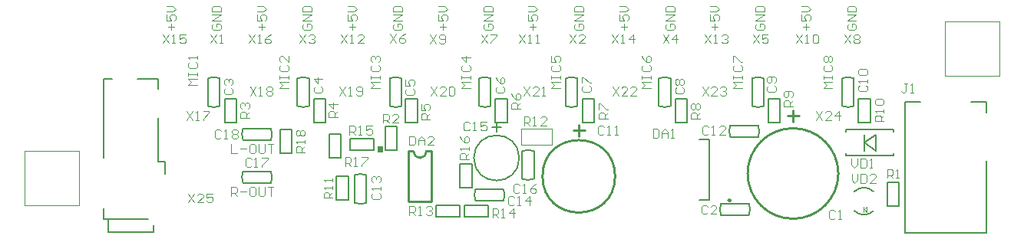
<source format=gto>
G04 Layer_Color=65535*
%FSLAX24Y24*%
%MOIN*%
G70*
G01*
G75*
%ADD10C,0.0079*%
%ADD36C,0.0070*%
%ADD37C,0.0100*%
%ADD38C,0.0098*%
%ADD39C,0.0071*%
%ADD40C,0.0039*%
%ADD41C,0.0050*%
G36*
X24756Y33154D02*
X24506D01*
Y33404D01*
X24756D01*
Y33154D01*
D02*
G37*
D10*
X30659Y32904D02*
G03*
X30659Y32904I-984J0D01*
G01*
X12628Y30256D02*
X14557D01*
X14990Y32736D02*
X15266D01*
X14990D02*
Y34646D01*
Y35906D02*
Y36358D01*
X14065D02*
X14990D01*
X12628Y30256D02*
Y30709D01*
Y32913D02*
Y36358D01*
X12982D01*
X15266Y32205D02*
Y32736D01*
X12825Y29665D02*
Y30256D01*
Y29665D02*
X14793D01*
Y29961D01*
X29475Y34258D02*
X29875D01*
X29675Y34058D02*
Y34458D01*
X38465Y33701D02*
X38898D01*
X38465Y31063D02*
X38898D01*
Y33701D01*
X46929Y34035D02*
Y34144D01*
Y33002D02*
Y33110D01*
X44843Y34035D02*
Y34144D01*
Y33002D02*
Y33110D01*
Y34144D02*
X46929D01*
X44843Y33002D02*
X46929D01*
D36*
X23514Y30952D02*
G03*
X24024Y30951I256J608D01*
G01*
Y32159D02*
G03*
X23514Y32159I-255J-609D01*
G01*
X44685Y35164D02*
G03*
X45196Y35164I256J608D01*
G01*
Y36372D02*
G03*
X44685Y36371I-255J-609D01*
G01*
X19875Y31811D02*
G03*
X19876Y32322I-608J256D01*
G01*
X18668D02*
G03*
X18668Y31811I609J-255D01*
G01*
X19875Y33681D02*
G03*
X19876Y34192I-608J256D01*
G01*
X18668D02*
G03*
X18668Y33681I609J-255D01*
G01*
X29974Y31034D02*
G03*
X29974Y31544I-608J256D01*
G01*
X28766D02*
G03*
X28767Y31034I609J-255D01*
G01*
X40768Y35164D02*
G03*
X41278Y35164I256J608D01*
G01*
Y36372D02*
G03*
X40768Y36371I-255J-609D01*
G01*
X36723Y35164D02*
G03*
X37233Y35164I256J608D01*
G01*
Y36372D02*
G03*
X36723Y36371I-255J-609D01*
G01*
X32677Y35164D02*
G03*
X33188Y35164I256J608D01*
G01*
Y36372D02*
G03*
X32677Y36371I-255J-609D01*
G01*
X28917Y35164D02*
G03*
X29428Y35164I256J608D01*
G01*
Y36372D02*
G03*
X28917Y36371I-255J-609D01*
G01*
X25040Y35164D02*
G03*
X25550Y35164I256J608D01*
G01*
Y36372D02*
G03*
X25040Y36371I-255J-609D01*
G01*
X21024Y35164D02*
G03*
X21534Y35164I256J608D01*
G01*
Y36372D02*
G03*
X21024Y36371I-255J-609D01*
G01*
X17146Y35164D02*
G03*
X17656Y35164I256J608D01*
G01*
Y36372D02*
G03*
X17146Y36371I-255J-609D01*
G01*
X30788Y31995D02*
G03*
X31298Y31995I256J608D01*
G01*
Y33202D02*
G03*
X30788Y33202I-255J-609D01*
G01*
X41037Y33809D02*
G03*
X41037Y34320I-608J256D01*
G01*
X39829D02*
G03*
X39830Y33809I609J-255D01*
G01*
X39426Y30925D02*
G03*
X39426Y30415I608J-256D01*
G01*
X40633D02*
G03*
X40633Y30925I-609J255D01*
G01*
X25364Y33248D02*
Y34291D01*
X24852Y33248D02*
Y34291D01*
Y33248D02*
X25364D01*
X24852Y34291D02*
X25364D01*
X23238Y31063D02*
Y32106D01*
X22726Y31063D02*
Y32106D01*
Y31063D02*
X23238D01*
X22726Y32106D02*
X23238D01*
X24025Y30955D02*
Y32155D01*
X23514Y30954D02*
Y32155D01*
X45906Y34449D02*
Y35492D01*
X45394Y34449D02*
Y35492D01*
Y34449D02*
X45906D01*
X45394Y35492D02*
X45906D01*
X45196Y35168D02*
Y36368D01*
X44685Y35167D02*
Y36368D01*
X23307Y33760D02*
X24351D01*
X23307Y33248D02*
X24351D01*
Y33760D01*
X23307Y33248D02*
Y33760D01*
X28091Y31614D02*
Y32658D01*
X28602Y31614D02*
Y32658D01*
X28091D02*
X28602D01*
X28091Y31614D02*
X28602D01*
X22923Y32894D02*
Y33937D01*
X22411Y32894D02*
Y33937D01*
Y32894D02*
X22923D01*
X22411Y33937D02*
X22923D01*
X18672Y32322D02*
X19872D01*
X18672Y31811D02*
X19872D01*
X20787Y33110D02*
Y34153D01*
X20276Y33110D02*
Y34153D01*
Y33110D02*
X20787D01*
X20276Y34153D02*
X20787D01*
X18672Y34192D02*
X19872D01*
X18672Y33681D02*
X19872D01*
X28770Y31544D02*
X29970D01*
X28770Y31033D02*
X29971D01*
X27047Y30344D02*
X28090D01*
X27047Y30856D02*
X28090D01*
X27047Y30344D02*
Y30856D01*
X28090Y30344D02*
Y30856D01*
X28278D02*
X29321D01*
X28278Y30344D02*
X29321D01*
Y30856D01*
X28278Y30344D02*
Y30856D01*
X41988Y34449D02*
Y35492D01*
X41476Y34449D02*
Y35492D01*
Y34449D02*
X41988D01*
X41476Y35492D02*
X41988D01*
X41279Y35168D02*
Y36368D01*
X40768Y35167D02*
Y36368D01*
X37943Y34449D02*
Y35492D01*
X37431Y34449D02*
Y35492D01*
Y34449D02*
X37943D01*
X37431Y35492D02*
X37943D01*
X37233Y35168D02*
Y36368D01*
X36722Y35167D02*
Y36368D01*
X33927Y34449D02*
Y35492D01*
X33415Y34449D02*
Y35492D01*
Y34449D02*
X33927D01*
X33415Y35492D02*
X33927D01*
X33188Y35168D02*
Y36368D01*
X32677Y35167D02*
Y36368D01*
X30138Y34449D02*
Y35492D01*
X29626Y34449D02*
Y35492D01*
Y34449D02*
X30138D01*
X29626Y35492D02*
X30138D01*
X29428Y35168D02*
Y36368D01*
X28917Y35167D02*
Y36368D01*
X26240Y34449D02*
Y35492D01*
X25728Y34449D02*
Y35492D01*
Y34449D02*
X26240D01*
X25728Y35492D02*
X26240D01*
X25550Y35168D02*
Y36368D01*
X25039Y35167D02*
Y36368D01*
X22244Y34449D02*
Y35492D01*
X21732Y34449D02*
Y35492D01*
Y34449D02*
X22244D01*
X21732Y35492D02*
X22244D01*
X21535Y35168D02*
Y36368D01*
X21024Y35167D02*
Y36368D01*
X17657Y35168D02*
Y36368D01*
X17146Y35167D02*
Y36368D01*
X18386Y34449D02*
Y35492D01*
X17874Y34449D02*
Y35492D01*
Y34449D02*
X18386D01*
X17874Y35492D02*
X18386D01*
X31298Y31998D02*
Y33198D01*
X30787Y31998D02*
Y33198D01*
X39833Y34320D02*
X41033D01*
X39833Y33809D02*
X41034D01*
X39430Y30414D02*
X40630D01*
X39429Y30925D02*
X40630D01*
X47156Y30797D02*
Y31840D01*
X46644Y30797D02*
Y31840D01*
Y30797D02*
X47156D01*
X46644Y31840D02*
X47156D01*
D37*
X26075Y33183D02*
G03*
X26633Y33202I280J0D01*
G01*
X34823Y32106D02*
G03*
X34823Y32106I-1575J0D01*
G01*
X44518Y32228D02*
G03*
X44518Y32228I-1969J0D01*
G01*
X25856Y33204D02*
X26056D01*
X26656D02*
X26856D01*
X25856Y31004D02*
X26856D01*
X25856D02*
Y33204D01*
X26856Y31004D02*
Y33204D01*
X32998Y34106D02*
X33498D01*
X33248Y33856D02*
Y34356D01*
X42549Y34478D02*
Y34978D01*
X42299Y34728D02*
X42799D01*
D38*
X39843Y31063D02*
G03*
X39843Y31063I-49J0D01*
G01*
D39*
X45210Y30606D02*
G03*
X46046Y30606I418J418D01*
G01*
Y31441D02*
G03*
X45210Y31441I-418J-418D01*
G01*
D40*
X30760Y34169D02*
X32075D01*
X30760Y33468D02*
X32075D01*
Y34169D01*
X30760Y33468D02*
Y34169D01*
X45600Y30551D02*
Y30787D01*
X45758Y30551D02*
Y30787D01*
X45640Y30669D02*
X45758Y30551D01*
X45640Y30669D02*
X45758Y30787D01*
X49154Y38848D02*
X51516D01*
Y36486D02*
Y38848D01*
X49154Y36486D02*
X51516D01*
X49154D02*
Y38848D01*
X9193Y30846D02*
Y33209D01*
Y30846D02*
X11555D01*
Y33209D01*
X9193D02*
X11555D01*
X18159Y31250D02*
Y31644D01*
X18356D01*
X18422Y31578D01*
Y31447D01*
X18356Y31381D01*
X18159D01*
X18291D02*
X18422Y31250D01*
X18553Y31447D02*
X18815D01*
X19143Y31644D02*
X19012D01*
X18947Y31578D01*
Y31316D01*
X19012Y31250D01*
X19143D01*
X19209Y31316D01*
Y31578D01*
X19143Y31644D01*
X19340D02*
Y31316D01*
X19406Y31250D01*
X19537D01*
X19603Y31316D01*
Y31644D01*
X19734D02*
X19996D01*
X19865D01*
Y31250D01*
X18159Y33494D02*
Y33100D01*
X18422D01*
X18553Y33297D02*
X18815D01*
X19143Y33494D02*
X19012D01*
X18947Y33428D01*
Y33166D01*
X19012Y33100D01*
X19143D01*
X19209Y33166D01*
Y33428D01*
X19143Y33494D01*
X19340D02*
Y33166D01*
X19406Y33100D01*
X19537D01*
X19603Y33166D01*
Y33494D01*
X19734D02*
X19996D01*
X19865D01*
Y33100D01*
X22864Y36004D02*
X23127Y35610D01*
Y36004D02*
X22864Y35610D01*
X23258D02*
X23389D01*
X23323D01*
Y36004D01*
X23258Y35938D01*
X23586Y35676D02*
X23651Y35610D01*
X23783D01*
X23848Y35676D01*
Y35938D01*
X23783Y36004D01*
X23651D01*
X23586Y35938D01*
Y35873D01*
X23651Y35807D01*
X23848D01*
X24328Y31384D02*
X24262Y31319D01*
Y31188D01*
X24328Y31122D01*
X24590D01*
X24656Y31188D01*
Y31319D01*
X24590Y31384D01*
X24656Y31516D02*
Y31647D01*
Y31581D01*
X24262D01*
X24328Y31516D01*
Y31844D02*
X24262Y31909D01*
Y32040D01*
X24328Y32106D01*
X24393D01*
X24459Y32040D01*
Y31975D01*
Y32040D01*
X24524Y32106D01*
X24590D01*
X24656Y32040D01*
Y31909D01*
X24590Y31844D01*
X28520Y34422D02*
X28455Y34488D01*
X28323D01*
X28258Y34422D01*
Y34160D01*
X28323Y34094D01*
X28455D01*
X28520Y34160D01*
X28651Y34094D02*
X28783D01*
X28717D01*
Y34488D01*
X28651Y34422D01*
X29242Y34488D02*
X28979D01*
Y34291D01*
X29111Y34357D01*
X29176D01*
X29242Y34291D01*
Y34160D01*
X29176Y34094D01*
X29045D01*
X28979Y34160D01*
X45079Y32864D02*
Y32602D01*
X45210Y32470D01*
X45341Y32602D01*
Y32864D01*
X45472D02*
Y32470D01*
X45669D01*
X45735Y32536D01*
Y32798D01*
X45669Y32864D01*
X45472D01*
X45866Y32470D02*
X45997D01*
X45931D01*
Y32864D01*
X45866Y32798D01*
X34357Y34255D02*
X34291Y34321D01*
X34160D01*
X34094Y34255D01*
Y33993D01*
X34160Y33927D01*
X34291D01*
X34357Y33993D01*
X34488Y33927D02*
X34619D01*
X34554D01*
Y34321D01*
X34488Y34255D01*
X34816Y33927D02*
X34947D01*
X34882D01*
Y34321D01*
X34816Y34255D01*
X26811Y36004D02*
X27073Y35610D01*
Y36004D02*
X26811Y35610D01*
X27467D02*
X27205D01*
X27467Y35873D01*
Y35938D01*
X27401Y36004D01*
X27270D01*
X27205Y35938D01*
X27598D02*
X27664Y36004D01*
X27795D01*
X27861Y35938D01*
Y35676D01*
X27795Y35610D01*
X27664D01*
X27598Y35676D01*
Y35938D01*
X18967Y36004D02*
X19229Y35610D01*
Y36004D02*
X18967Y35610D01*
X19360D02*
X19491D01*
X19426D01*
Y36004D01*
X19360Y35938D01*
X19688D02*
X19754Y36004D01*
X19885D01*
X19950Y35938D01*
Y35873D01*
X19885Y35807D01*
X19950Y35741D01*
Y35676D01*
X19885Y35610D01*
X19754D01*
X19688Y35676D01*
Y35741D01*
X19754Y35807D01*
X19688Y35873D01*
Y35938D01*
X19754Y35807D02*
X19885D01*
X16211Y34931D02*
X16473Y34537D01*
Y34931D02*
X16211Y34537D01*
X16604D02*
X16735D01*
X16670D01*
Y34931D01*
X16604Y34865D01*
X16932Y34931D02*
X17195D01*
Y34865D01*
X16932Y34603D01*
Y34537D01*
X18907Y38287D02*
X19170Y37894D01*
Y38287D02*
X18907Y37894D01*
X19301D02*
X19432D01*
X19367D01*
Y38287D01*
X19301Y38222D01*
X19891Y38287D02*
X19760Y38222D01*
X19629Y38090D01*
Y37959D01*
X19695Y37894D01*
X19826D01*
X19891Y37959D01*
Y38025D01*
X19826Y38090D01*
X19629D01*
X44783Y38287D02*
X45046Y37894D01*
Y38287D02*
X44783Y37894D01*
X45177Y38222D02*
X45243Y38287D01*
X45374D01*
X45439Y38222D01*
Y38156D01*
X45374Y38090D01*
X45439Y38025D01*
Y37959D01*
X45374Y37894D01*
X45243D01*
X45177Y37959D01*
Y38025D01*
X45243Y38090D01*
X45177Y38156D01*
Y38222D01*
X45243Y38090D02*
X45374D01*
X15197Y38287D02*
X15459Y37894D01*
Y38287D02*
X15197Y37894D01*
X15590D02*
X15722D01*
X15656D01*
Y38287D01*
X15590Y38222D01*
X16181Y38287D02*
X15918D01*
Y38090D01*
X16050Y38156D01*
X16115D01*
X16181Y38090D01*
Y37959D01*
X16115Y37894D01*
X15984D01*
X15918Y37959D01*
X29026Y38287D02*
X29288Y37894D01*
Y38287D02*
X29026Y37894D01*
X29419Y38287D02*
X29682D01*
Y38222D01*
X29419Y37959D01*
Y37894D01*
X34695Y38287D02*
X34957Y37894D01*
Y38287D02*
X34695Y37894D01*
X35088D02*
X35220D01*
X35154D01*
Y38287D01*
X35088Y38222D01*
X35613Y37894D02*
Y38287D01*
X35416Y38090D01*
X35679D01*
X25049Y38297D02*
X25312Y37904D01*
Y38297D02*
X25049Y37904D01*
X25705Y38297D02*
X25574Y38232D01*
X25443Y38100D01*
Y37969D01*
X25508Y37904D01*
X25640D01*
X25705Y37969D01*
Y38035D01*
X25640Y38100D01*
X25443D01*
X38730Y38287D02*
X38993Y37894D01*
Y38287D02*
X38730Y37894D01*
X39124D02*
X39255D01*
X39189D01*
Y38287D01*
X39124Y38222D01*
X39452D02*
X39517Y38287D01*
X39649D01*
X39714Y38222D01*
Y38156D01*
X39649Y38090D01*
X39583D01*
X39649D01*
X39714Y38025D01*
Y37959D01*
X39649Y37894D01*
X39517D01*
X39452Y37959D01*
X40807Y38287D02*
X41069Y37894D01*
Y38287D02*
X40807Y37894D01*
X41463Y38287D02*
X41201D01*
Y38090D01*
X41332Y38156D01*
X41397D01*
X41463Y38090D01*
Y37959D01*
X41397Y37894D01*
X41266D01*
X41201Y37959D01*
X22923Y38287D02*
X23186Y37894D01*
Y38287D02*
X22923Y37894D01*
X23317D02*
X23448D01*
X23382D01*
Y38287D01*
X23317Y38222D01*
X23907Y37894D02*
X23645D01*
X23907Y38156D01*
Y38222D01*
X23842Y38287D01*
X23710D01*
X23645Y38222D01*
X36900Y38287D02*
X37162Y37894D01*
Y38287D02*
X36900Y37894D01*
X37490D02*
Y38287D01*
X37293Y38090D01*
X37556D01*
X43563Y34951D02*
X43825Y34557D01*
Y34951D02*
X43563Y34557D01*
X44219D02*
X43957D01*
X44219Y34819D01*
Y34885D01*
X44153Y34951D01*
X44022D01*
X43957Y34885D01*
X44547Y34557D02*
Y34951D01*
X44350Y34754D01*
X44613D01*
X16289Y31358D02*
X16552Y30965D01*
Y31358D02*
X16289Y30965D01*
X16945D02*
X16683D01*
X16945Y31227D01*
Y31293D01*
X16880Y31358D01*
X16749D01*
X16683Y31293D01*
X17339Y31358D02*
X17077D01*
Y31161D01*
X17208Y31227D01*
X17273D01*
X17339Y31161D01*
Y31030D01*
X17273Y30965D01*
X17142D01*
X17077Y31030D01*
X30659Y38287D02*
X30922Y37894D01*
Y38287D02*
X30659Y37894D01*
X31053D02*
X31184D01*
X31119D01*
Y38287D01*
X31053Y38222D01*
X31381Y37894D02*
X31512D01*
X31447D01*
Y38287D01*
X31381Y38222D01*
X21112Y38287D02*
X21375Y37894D01*
Y38287D02*
X21112Y37894D01*
X21506Y38222D02*
X21571Y38287D01*
X21703D01*
X21768Y38222D01*
Y38156D01*
X21703Y38090D01*
X21637D01*
X21703D01*
X21768Y38025D01*
Y37959D01*
X21703Y37894D01*
X21571D01*
X21506Y37959D01*
X42677Y38287D02*
X42940Y37894D01*
Y38287D02*
X42677Y37894D01*
X43071D02*
X43202D01*
X43136D01*
Y38287D01*
X43071Y38222D01*
X43399D02*
X43464Y38287D01*
X43595D01*
X43661Y38222D01*
Y37959D01*
X43595Y37894D01*
X43464D01*
X43399Y37959D01*
Y38222D01*
X32844Y38287D02*
X33107Y37894D01*
Y38287D02*
X32844Y37894D01*
X33500D02*
X33238D01*
X33500Y38156D01*
Y38222D01*
X33435Y38287D01*
X33304D01*
X33238Y38222D01*
X38602Y36004D02*
X38865Y35610D01*
Y36004D02*
X38602Y35610D01*
X39258D02*
X38996D01*
X39258Y35873D01*
Y35938D01*
X39193Y36004D01*
X39062D01*
X38996Y35938D01*
X39390D02*
X39455Y36004D01*
X39586D01*
X39652Y35938D01*
Y35873D01*
X39586Y35807D01*
X39521D01*
X39586D01*
X39652Y35741D01*
Y35676D01*
X39586Y35610D01*
X39455D01*
X39390Y35676D01*
X26791Y38277D02*
X27054Y37884D01*
Y38277D02*
X26791Y37884D01*
X27185Y37949D02*
X27251Y37884D01*
X27382D01*
X27447Y37949D01*
Y38212D01*
X27382Y38277D01*
X27251D01*
X27185Y38212D01*
Y38146D01*
X27251Y38081D01*
X27447D01*
X17264Y38287D02*
X17526Y37894D01*
Y38287D02*
X17264Y37894D01*
X17657D02*
X17789D01*
X17723D01*
Y38287D01*
X17657Y38222D01*
X34705Y36004D02*
X34967Y35610D01*
Y36004D02*
X34705Y35610D01*
X35361D02*
X35098D01*
X35361Y35873D01*
Y35938D01*
X35295Y36004D01*
X35164D01*
X35098Y35938D01*
X35754Y35610D02*
X35492D01*
X35754Y35873D01*
Y35938D01*
X35689Y36004D01*
X35557D01*
X35492Y35938D01*
X30846Y36004D02*
X31109Y35610D01*
Y36004D02*
X30846Y35610D01*
X31502D02*
X31240D01*
X31502Y35873D01*
Y35938D01*
X31437Y36004D01*
X31306D01*
X31240Y35938D01*
X31634Y35610D02*
X31765D01*
X31699D01*
Y36004D01*
X31634Y35938D01*
X45098Y32214D02*
Y31952D01*
X45230Y31821D01*
X45361Y31952D01*
Y32214D01*
X45492D02*
Y31821D01*
X45689D01*
X45754Y31886D01*
Y32149D01*
X45689Y32214D01*
X45492D01*
X46148Y31821D02*
X45886D01*
X46148Y32083D01*
Y32149D01*
X46082Y32214D01*
X45951D01*
X45886Y32149D01*
X30699Y35039D02*
X30305D01*
Y35236D01*
X30371Y35302D01*
X30502D01*
X30568Y35236D01*
Y35039D01*
Y35171D02*
X30699Y35302D01*
X30305Y35695D02*
X30371Y35564D01*
X30502Y35433D01*
X30633D01*
X30699Y35499D01*
Y35630D01*
X30633Y35695D01*
X30568D01*
X30502Y35630D01*
Y35433D01*
X26791Y34587D02*
X26398D01*
Y34783D01*
X26463Y34849D01*
X26595D01*
X26660Y34783D01*
Y34587D01*
Y34718D02*
X26791Y34849D01*
X26398Y35243D02*
Y34980D01*
X26595D01*
X26529Y35111D01*
Y35177D01*
X26595Y35243D01*
X26726D01*
X26791Y35177D01*
Y35046D01*
X26726Y34980D01*
X29498Y30305D02*
Y30699D01*
X29695D01*
X29760Y30633D01*
Y30502D01*
X29695Y30436D01*
X29498D01*
X29629D02*
X29760Y30305D01*
X29892D02*
X30023D01*
X29957D01*
Y30699D01*
X29892Y30633D01*
X30416Y30305D02*
Y30699D01*
X30220Y30502D01*
X30482D01*
X22766Y34665D02*
X22372D01*
Y34862D01*
X22438Y34928D01*
X22569D01*
X22635Y34862D01*
Y34665D01*
Y34797D02*
X22766Y34928D01*
Y35256D02*
X22372D01*
X22569Y35059D01*
Y35321D01*
X25886Y30404D02*
Y30797D01*
X26083D01*
X26148Y30732D01*
Y30600D01*
X26083Y30535D01*
X25886D01*
X26017D02*
X26148Y30404D01*
X26279D02*
X26411D01*
X26345D01*
Y30797D01*
X26279Y30732D01*
X26607D02*
X26673Y30797D01*
X26804D01*
X26870Y30732D01*
Y30666D01*
X26804Y30600D01*
X26739D01*
X26804D01*
X26870Y30535D01*
Y30469D01*
X26804Y30404D01*
X26673D01*
X26607Y30469D01*
X18947Y34646D02*
X18553D01*
Y34842D01*
X18619Y34908D01*
X18750D01*
X18816Y34842D01*
Y34646D01*
Y34777D02*
X18947Y34908D01*
X18619Y35039D02*
X18553Y35105D01*
Y35236D01*
X18619Y35302D01*
X18684D01*
X18750Y35236D01*
Y35170D01*
Y35236D01*
X18816Y35302D01*
X18881D01*
X18947Y35236D01*
Y35105D01*
X18881Y35039D01*
X28474Y32844D02*
X28081D01*
Y33041D01*
X28146Y33107D01*
X28278D01*
X28343Y33041D01*
Y32844D01*
Y32976D02*
X28474Y33107D01*
Y33238D02*
Y33369D01*
Y33304D01*
X28081D01*
X28146Y33238D01*
X28081Y33828D02*
X28146Y33697D01*
X28278Y33566D01*
X28409D01*
X28474Y33632D01*
Y33763D01*
X28409Y33828D01*
X28343D01*
X28278Y33763D01*
Y33566D01*
X22559Y31161D02*
X22165D01*
Y31358D01*
X22231Y31424D01*
X22362D01*
X22428Y31358D01*
Y31161D01*
Y31293D02*
X22559Y31424D01*
Y31555D02*
Y31686D01*
Y31621D01*
X22165D01*
X22231Y31555D01*
X22559Y31883D02*
Y32014D01*
Y31949D01*
X22165D01*
X22231Y31883D01*
X24754Y34429D02*
Y34823D01*
X24951D01*
X25016Y34757D01*
Y34626D01*
X24951Y34560D01*
X24754D01*
X24885D02*
X25016Y34429D01*
X25410D02*
X25148D01*
X25410Y34692D01*
Y34757D01*
X25344Y34823D01*
X25213D01*
X25148Y34757D01*
X46496Y34498D02*
X46102D01*
Y34695D01*
X46168Y34760D01*
X46299D01*
X46365Y34695D01*
Y34498D01*
Y34629D02*
X46496Y34760D01*
Y34892D02*
Y35023D01*
Y34957D01*
X46102D01*
X46168Y34892D01*
Y35220D02*
X46102Y35285D01*
Y35416D01*
X46168Y35482D01*
X46430D01*
X46496Y35416D01*
Y35285D01*
X46430Y35220D01*
X46168D01*
X21358Y33140D02*
X20965D01*
Y33337D01*
X21030Y33402D01*
X21161D01*
X21227Y33337D01*
Y33140D01*
Y33271D02*
X21358Y33402D01*
Y33533D02*
Y33665D01*
Y33599D01*
X20965D01*
X21030Y33533D01*
Y33861D02*
X20965Y33927D01*
Y34058D01*
X21030Y34124D01*
X21096D01*
X21161Y34058D01*
X21227Y34124D01*
X21293D01*
X21358Y34058D01*
Y33927D01*
X21293Y33861D01*
X21227D01*
X21161Y33927D01*
X21096Y33861D01*
X21030D01*
X21161Y33927D02*
Y34058D01*
X23100Y32559D02*
Y32953D01*
X23297D01*
X23363Y32887D01*
Y32756D01*
X23297Y32690D01*
X23100D01*
X23232D02*
X23363Y32559D01*
X23494D02*
X23625D01*
X23560D01*
Y32953D01*
X23494Y32887D01*
X23822Y32953D02*
X24084D01*
Y32887D01*
X23822Y32625D01*
Y32559D01*
X42539Y35157D02*
X42146D01*
Y35354D01*
X42211Y35420D01*
X42343D01*
X42408Y35354D01*
Y35157D01*
Y35289D02*
X42539Y35420D01*
X42474Y35551D02*
X42539Y35617D01*
Y35748D01*
X42474Y35813D01*
X42211D01*
X42146Y35748D01*
Y35617D01*
X42211Y35551D01*
X42277D01*
X42343Y35617D01*
Y35813D01*
X23281Y33927D02*
Y34321D01*
X23478D01*
X23544Y34255D01*
Y34124D01*
X23478Y34058D01*
X23281D01*
X23413D02*
X23544Y33927D01*
X23675D02*
X23806D01*
X23741D01*
Y34321D01*
X23675Y34255D01*
X24265Y34321D02*
X24003D01*
Y34124D01*
X24134Y34189D01*
X24200D01*
X24265Y34124D01*
Y33993D01*
X24200Y33927D01*
X24069D01*
X24003Y33993D01*
X38514Y34616D02*
X38120D01*
Y34813D01*
X38186Y34879D01*
X38317D01*
X38383Y34813D01*
Y34616D01*
Y34747D02*
X38514Y34879D01*
X38186Y35010D02*
X38120Y35075D01*
Y35206D01*
X38186Y35272D01*
X38251D01*
X38317Y35206D01*
X38383Y35272D01*
X38448D01*
X38514Y35206D01*
Y35075D01*
X38448Y35010D01*
X38383D01*
X38317Y35075D01*
X38251Y35010D01*
X38186D01*
X38317Y35075D02*
Y35206D01*
X34498Y34626D02*
X34104D01*
Y34823D01*
X34170Y34888D01*
X34301D01*
X34367Y34823D01*
Y34626D01*
Y34757D02*
X34498Y34888D01*
X34104Y35020D02*
Y35282D01*
X34170D01*
X34432Y35020D01*
X34498D01*
X30866Y34301D02*
Y34695D01*
X31063D01*
X31129Y34629D01*
Y34498D01*
X31063Y34432D01*
X30866D01*
X30997D02*
X31129Y34301D01*
X31260D02*
X31391D01*
X31325D01*
Y34695D01*
X31260Y34629D01*
X31850Y34301D02*
X31588D01*
X31850Y34564D01*
Y34629D01*
X31784Y34695D01*
X31653D01*
X31588Y34629D01*
X46634Y32028D02*
Y32421D01*
X46831D01*
X46896Y32356D01*
Y32224D01*
X46831Y32159D01*
X46634D01*
X46765D02*
X46896Y32028D01*
X47027D02*
X47159D01*
X47093D01*
Y32421D01*
X47027Y32356D01*
X47516Y36151D02*
X47385D01*
X47451D01*
Y35823D01*
X47385Y35758D01*
X47320D01*
X47254Y35823D01*
X47648Y35758D02*
X47779D01*
X47713D01*
Y36151D01*
X47648Y36086D01*
X25896Y33858D02*
Y33465D01*
X26092D01*
X26158Y33530D01*
Y33793D01*
X26092Y33858D01*
X25896D01*
X26289Y33465D02*
Y33727D01*
X26420Y33858D01*
X26552Y33727D01*
Y33465D01*
Y33661D01*
X26289D01*
X26945Y33465D02*
X26683D01*
X26945Y33727D01*
Y33793D01*
X26880Y33858D01*
X26748D01*
X26683Y33793D01*
X36467Y34183D02*
Y33789D01*
X36663D01*
X36729Y33855D01*
Y34117D01*
X36663Y34183D01*
X36467D01*
X36860Y33789D02*
Y34052D01*
X36991Y34183D01*
X37122Y34052D01*
Y33789D01*
Y33986D01*
X36860D01*
X37254Y33789D02*
X37385D01*
X37319D01*
Y34183D01*
X37254Y34117D01*
X29702Y36001D02*
X29636Y35935D01*
Y35804D01*
X29702Y35738D01*
X29964D01*
X30030Y35804D01*
Y35935D01*
X29964Y36001D01*
X29636Y36394D02*
X29702Y36263D01*
X29833Y36132D01*
X29964D01*
X30030Y36197D01*
Y36329D01*
X29964Y36394D01*
X29898D01*
X29833Y36329D01*
Y36132D01*
X25794Y35922D02*
X25728Y35856D01*
Y35725D01*
X25794Y35659D01*
X26056D01*
X26122Y35725D01*
Y35856D01*
X26056Y35922D01*
X25728Y36315D02*
Y36053D01*
X25925D01*
X25860Y36184D01*
Y36250D01*
X25925Y36315D01*
X26056D01*
X26122Y36250D01*
Y36119D01*
X26056Y36053D01*
X30449Y31184D02*
X30384Y31250D01*
X30253D01*
X30187Y31184D01*
Y30922D01*
X30253Y30856D01*
X30384D01*
X30449Y30922D01*
X30581Y30856D02*
X30712D01*
X30646D01*
Y31250D01*
X30581Y31184D01*
X31105Y30856D02*
Y31250D01*
X30909Y31053D01*
X31171D01*
X21798Y36001D02*
X21732Y35935D01*
Y35804D01*
X21798Y35738D01*
X22060D01*
X22126Y35804D01*
Y35935D01*
X22060Y36001D01*
X22126Y36329D02*
X21732D01*
X21929Y36132D01*
Y36394D01*
X17900Y35942D02*
X17835Y35876D01*
Y35745D01*
X17900Y35679D01*
X18163D01*
X18228Y35745D01*
Y35876D01*
X18163Y35942D01*
X17900Y36073D02*
X17835Y36138D01*
Y36270D01*
X17900Y36335D01*
X17966D01*
X18032Y36270D01*
Y36204D01*
Y36270D01*
X18097Y36335D01*
X18163D01*
X18228Y36270D01*
Y36138D01*
X18163Y36073D01*
X17723Y34088D02*
X17657Y34153D01*
X17526D01*
X17461Y34088D01*
Y33825D01*
X17526Y33760D01*
X17657D01*
X17723Y33825D01*
X17854Y33760D02*
X17985D01*
X17920D01*
Y34153D01*
X17854Y34088D01*
X18182D02*
X18248Y34153D01*
X18379D01*
X18445Y34088D01*
Y34022D01*
X18379Y33957D01*
X18445Y33891D01*
Y33825D01*
X18379Y33760D01*
X18248D01*
X18182Y33825D01*
Y33891D01*
X18248Y33957D01*
X18182Y34022D01*
Y34088D01*
X18248Y33957D02*
X18379D01*
X19032Y32828D02*
X18966Y32894D01*
X18835D01*
X18770Y32828D01*
Y32566D01*
X18835Y32500D01*
X18966D01*
X19032Y32566D01*
X19163Y32500D02*
X19294D01*
X19229D01*
Y32894D01*
X19163Y32828D01*
X19491Y32894D02*
X19754D01*
Y32828D01*
X19491Y32566D01*
Y32500D01*
X45450Y36060D02*
X45384Y35994D01*
Y35863D01*
X45450Y35797D01*
X45712D01*
X45778Y35863D01*
Y35994D01*
X45712Y36060D01*
X45778Y36191D02*
Y36322D01*
Y36256D01*
X45384D01*
X45450Y36191D01*
Y36519D02*
X45384Y36584D01*
Y36716D01*
X45450Y36781D01*
X45712D01*
X45778Y36716D01*
Y36584D01*
X45712Y36519D01*
X45450D01*
X41483Y36050D02*
X41417Y35984D01*
Y35853D01*
X41483Y35787D01*
X41745D01*
X41811Y35853D01*
Y35984D01*
X41745Y36050D01*
Y36181D02*
X41811Y36247D01*
Y36378D01*
X41745Y36443D01*
X41483D01*
X41417Y36378D01*
Y36247D01*
X41483Y36181D01*
X41549D01*
X41614Y36247D01*
Y36443D01*
X37497Y35961D02*
X37431Y35896D01*
Y35764D01*
X37497Y35699D01*
X37759D01*
X37825Y35764D01*
Y35896D01*
X37759Y35961D01*
X37497Y36092D02*
X37431Y36158D01*
Y36289D01*
X37497Y36355D01*
X37562D01*
X37628Y36289D01*
X37694Y36355D01*
X37759D01*
X37825Y36289D01*
Y36158D01*
X37759Y36092D01*
X37694D01*
X37628Y36158D01*
X37562Y36092D01*
X37497D01*
X37628Y36158D02*
Y36289D01*
X33452Y36030D02*
X33386Y35965D01*
Y35833D01*
X33452Y35768D01*
X33714D01*
X33780Y35833D01*
Y35965D01*
X33714Y36030D01*
X33386Y36161D02*
Y36424D01*
X33452D01*
X33714Y36161D01*
X33780D01*
X44386Y30564D02*
X44321Y30630D01*
X44190D01*
X44124Y30564D01*
Y30302D01*
X44190Y30236D01*
X44321D01*
X44386Y30302D01*
X44518Y30236D02*
X44649D01*
X44583D01*
Y30630D01*
X44518Y30564D01*
X38835Y30791D02*
X38770Y30856D01*
X38638D01*
X38573Y30791D01*
Y30528D01*
X38638Y30463D01*
X38770D01*
X38835Y30528D01*
X39229Y30463D02*
X38966D01*
X39229Y30725D01*
Y30791D01*
X39163Y30856D01*
X39032D01*
X38966Y30791D01*
X30676Y31706D02*
X30610Y31772D01*
X30479D01*
X30413Y31706D01*
Y31444D01*
X30479Y31378D01*
X30610D01*
X30676Y31444D01*
X30807Y31378D02*
X30938D01*
X30873D01*
Y31772D01*
X30807Y31706D01*
X31397Y31772D02*
X31266Y31706D01*
X31135Y31575D01*
Y31444D01*
X31201Y31378D01*
X31332D01*
X31397Y31444D01*
Y31509D01*
X31332Y31575D01*
X31135D01*
X38884Y34245D02*
X38819Y34311D01*
X38688D01*
X38622Y34245D01*
Y33983D01*
X38688Y33917D01*
X38819D01*
X38884Y33983D01*
X39016Y33917D02*
X39147D01*
X39081D01*
Y34311D01*
X39016Y34245D01*
X39606Y33917D02*
X39344D01*
X39606Y34180D01*
Y34245D01*
X39540Y34311D01*
X39409D01*
X39344Y34245D01*
X44262Y35955D02*
X43868D01*
X43999Y36086D01*
X43868Y36217D01*
X44262D01*
X43868Y36348D02*
Y36479D01*
Y36414D01*
X44262D01*
Y36348D01*
Y36479D01*
X43934Y36939D02*
X43868Y36873D01*
Y36742D01*
X43934Y36676D01*
X44196D01*
X44262Y36742D01*
Y36873D01*
X44196Y36939D01*
X43934Y37070D02*
X43868Y37135D01*
Y37267D01*
X43934Y37332D01*
X43999D01*
X44065Y37267D01*
X44131Y37332D01*
X44196D01*
X44262Y37267D01*
Y37135D01*
X44196Y37070D01*
X44131D01*
X44065Y37135D01*
X43999Y37070D01*
X43934D01*
X44065Y37135D02*
Y37267D01*
X40335Y35955D02*
X39941D01*
X40072Y36086D01*
X39941Y36217D01*
X40335D01*
X39941Y36348D02*
Y36479D01*
Y36414D01*
X40335D01*
Y36348D01*
Y36479D01*
X40007Y36939D02*
X39941Y36873D01*
Y36742D01*
X40007Y36676D01*
X40269D01*
X40335Y36742D01*
Y36873D01*
X40269Y36939D01*
X39941Y37070D02*
Y37332D01*
X40007D01*
X40269Y37070D01*
X40335D01*
X36378Y35955D02*
X35984D01*
X36116Y36086D01*
X35984Y36217D01*
X36378D01*
X35984Y36348D02*
Y36479D01*
Y36414D01*
X36378D01*
Y36348D01*
Y36479D01*
X36050Y36939D02*
X35984Y36873D01*
Y36742D01*
X36050Y36676D01*
X36312D01*
X36378Y36742D01*
Y36873D01*
X36312Y36939D01*
X35984Y37332D02*
X36050Y37201D01*
X36181Y37070D01*
X36312D01*
X36378Y37135D01*
Y37267D01*
X36312Y37332D01*
X36247D01*
X36181Y37267D01*
Y37070D01*
X32431Y35955D02*
X32038D01*
X32169Y36086D01*
X32038Y36217D01*
X32431D01*
X32038Y36348D02*
Y36479D01*
Y36414D01*
X32431D01*
Y36348D01*
Y36479D01*
X32103Y36939D02*
X32038Y36873D01*
Y36742D01*
X32103Y36676D01*
X32366D01*
X32431Y36742D01*
Y36873D01*
X32366Y36939D01*
X32038Y37332D02*
Y37070D01*
X32234D01*
X32169Y37201D01*
Y37267D01*
X32234Y37332D01*
X32366D01*
X32431Y37267D01*
Y37135D01*
X32366Y37070D01*
X28553Y35955D02*
X28160D01*
X28291Y36086D01*
X28160Y36217D01*
X28553D01*
X28160Y36348D02*
Y36479D01*
Y36414D01*
X28553D01*
Y36348D01*
Y36479D01*
X28225Y36939D02*
X28160Y36873D01*
Y36742D01*
X28225Y36676D01*
X28488D01*
X28553Y36742D01*
Y36873D01*
X28488Y36939D01*
X28553Y37267D02*
X28160D01*
X28356Y37070D01*
Y37332D01*
X24606Y35955D02*
X24213D01*
X24344Y36086D01*
X24213Y36217D01*
X24606D01*
X24213Y36348D02*
Y36479D01*
Y36414D01*
X24606D01*
Y36348D01*
Y36479D01*
X24278Y36939D02*
X24213Y36873D01*
Y36742D01*
X24278Y36676D01*
X24541D01*
X24606Y36742D01*
Y36873D01*
X24541Y36939D01*
X24278Y37070D02*
X24213Y37135D01*
Y37267D01*
X24278Y37332D01*
X24344D01*
X24410Y37267D01*
Y37201D01*
Y37267D01*
X24475Y37332D01*
X24541D01*
X24606Y37267D01*
Y37135D01*
X24541Y37070D01*
X20640Y35955D02*
X20246D01*
X20377Y36086D01*
X20246Y36217D01*
X20640D01*
X20246Y36348D02*
Y36479D01*
Y36414D01*
X20640D01*
Y36348D01*
Y36479D01*
X20312Y36939D02*
X20246Y36873D01*
Y36742D01*
X20312Y36676D01*
X20574D01*
X20640Y36742D01*
Y36873D01*
X20574Y36939D01*
X20640Y37332D02*
Y37070D01*
X20377Y37332D01*
X20312D01*
X20246Y37267D01*
Y37135D01*
X20312Y37070D01*
X16683Y36086D02*
X16289D01*
X16421Y36217D01*
X16289Y36348D01*
X16683D01*
X16289Y36479D02*
Y36611D01*
Y36545D01*
X16683D01*
Y36479D01*
Y36611D01*
X16355Y37070D02*
X16289Y37004D01*
Y36873D01*
X16355Y36807D01*
X16617D01*
X16683Y36873D01*
Y37004D01*
X16617Y37070D01*
X16683Y37201D02*
Y37332D01*
Y37267D01*
X16289D01*
X16355Y37201D01*
X43110Y38474D02*
Y38737D01*
X42979Y38606D02*
X43241D01*
X42914Y39130D02*
Y38868D01*
X43110D01*
X43045Y38999D01*
Y39065D01*
X43110Y39130D01*
X43241D01*
X43307Y39065D01*
Y38934D01*
X43241Y38868D01*
X42914Y39262D02*
X43176D01*
X43307Y39393D01*
X43176Y39524D01*
X42914D01*
X39154Y38474D02*
Y38737D01*
X39022Y38606D02*
X39285D01*
X38957Y39130D02*
Y38868D01*
X39154D01*
X39088Y38999D01*
Y39065D01*
X39154Y39130D01*
X39285D01*
X39350Y39065D01*
Y38934D01*
X39285Y38868D01*
X38957Y39262D02*
X39219D01*
X39350Y39393D01*
X39219Y39524D01*
X38957D01*
X35217Y38474D02*
Y38737D01*
X35085Y38606D02*
X35348D01*
X35020Y39130D02*
Y38868D01*
X35217D01*
X35151Y38999D01*
Y39065D01*
X35217Y39130D01*
X35348D01*
X35413Y39065D01*
Y38934D01*
X35348Y38868D01*
X35020Y39262D02*
X35282D01*
X35413Y39393D01*
X35282Y39524D01*
X35020D01*
X31240Y38474D02*
Y38737D01*
X31109Y38606D02*
X31371D01*
X31043Y39130D02*
Y38868D01*
X31240D01*
X31175Y38999D01*
Y39065D01*
X31240Y39130D01*
X31371D01*
X31437Y39065D01*
Y38934D01*
X31371Y38868D01*
X31043Y39262D02*
X31306D01*
X31437Y39393D01*
X31306Y39524D01*
X31043D01*
X27352Y38474D02*
Y38737D01*
X27221Y38606D02*
X27484D01*
X27156Y39130D02*
Y38868D01*
X27352D01*
X27287Y38999D01*
Y39065D01*
X27352Y39130D01*
X27484D01*
X27549Y39065D01*
Y38934D01*
X27484Y38868D01*
X27156Y39262D02*
X27418D01*
X27549Y39393D01*
X27418Y39524D01*
X27156D01*
X23415Y38474D02*
Y38737D01*
X23284Y38606D02*
X23547D01*
X23219Y39130D02*
Y38868D01*
X23415D01*
X23350Y38999D01*
Y39065D01*
X23415Y39130D01*
X23547D01*
X23612Y39065D01*
Y38934D01*
X23547Y38868D01*
X23219Y39262D02*
X23481D01*
X23612Y39393D01*
X23481Y39524D01*
X23219D01*
X19488Y38474D02*
Y38737D01*
X19357Y38606D02*
X19619D01*
X19291Y39130D02*
Y38868D01*
X19488D01*
X19423Y38999D01*
Y39065D01*
X19488Y39130D01*
X19619D01*
X19685Y39065D01*
Y38934D01*
X19619Y38868D01*
X19291Y39262D02*
X19554D01*
X19685Y39393D01*
X19554Y39524D01*
X19291D01*
X15561Y38474D02*
Y38737D01*
X15430Y38606D02*
X15692D01*
X15364Y39130D02*
Y38868D01*
X15561D01*
X15495Y38999D01*
Y39065D01*
X15561Y39130D01*
X15692D01*
X15758Y39065D01*
Y38934D01*
X15692Y38868D01*
X15364Y39262D02*
X15627D01*
X15758Y39393D01*
X15627Y39524D01*
X15364D01*
X44967Y38737D02*
X44902Y38671D01*
Y38540D01*
X44967Y38474D01*
X45230D01*
X45295Y38540D01*
Y38671D01*
X45230Y38737D01*
X45098D01*
Y38606D01*
X45295Y38868D02*
X44902D01*
X45295Y39130D01*
X44902D01*
Y39262D02*
X45295D01*
Y39458D01*
X45230Y39524D01*
X44967D01*
X44902Y39458D01*
Y39262D01*
X40981Y38737D02*
X40915Y38671D01*
Y38540D01*
X40981Y38474D01*
X41243D01*
X41309Y38540D01*
Y38671D01*
X41243Y38737D01*
X41112D01*
Y38606D01*
X41309Y38868D02*
X40915D01*
X41309Y39130D01*
X40915D01*
Y39262D02*
X41309D01*
Y39458D01*
X41243Y39524D01*
X40981D01*
X40915Y39458D01*
Y39262D01*
X37074Y38737D02*
X37008Y38671D01*
Y38540D01*
X37074Y38474D01*
X37336D01*
X37402Y38540D01*
Y38671D01*
X37336Y38737D01*
X37205D01*
Y38606D01*
X37402Y38868D02*
X37008D01*
X37402Y39130D01*
X37008D01*
Y39262D02*
X37402D01*
Y39458D01*
X37336Y39524D01*
X37074D01*
X37008Y39458D01*
Y39262D01*
X33107Y38737D02*
X33041Y38671D01*
Y38540D01*
X33107Y38474D01*
X33369D01*
X33435Y38540D01*
Y38671D01*
X33369Y38737D01*
X33238D01*
Y38606D01*
X33435Y38868D02*
X33041D01*
X33435Y39130D01*
X33041D01*
Y39262D02*
X33435D01*
Y39458D01*
X33369Y39524D01*
X33107D01*
X33041Y39458D01*
Y39262D01*
X29170Y38737D02*
X29104Y38671D01*
Y38540D01*
X29170Y38474D01*
X29432D01*
X29498Y38540D01*
Y38671D01*
X29432Y38737D01*
X29301D01*
Y38606D01*
X29498Y38868D02*
X29104D01*
X29498Y39130D01*
X29104D01*
Y39262D02*
X29498D01*
Y39458D01*
X29432Y39524D01*
X29170D01*
X29104Y39458D01*
Y39262D01*
X25243Y38737D02*
X25177Y38671D01*
Y38540D01*
X25243Y38474D01*
X25505D01*
X25571Y38540D01*
Y38671D01*
X25505Y38737D01*
X25374D01*
Y38606D01*
X25571Y38868D02*
X25177D01*
X25571Y39130D01*
X25177D01*
Y39262D02*
X25571D01*
Y39458D01*
X25505Y39524D01*
X25243D01*
X25177Y39458D01*
Y39262D01*
X21326Y38737D02*
X21260Y38671D01*
Y38540D01*
X21326Y38474D01*
X21588D01*
X21654Y38540D01*
Y38671D01*
X21588Y38737D01*
X21457D01*
Y38606D01*
X21654Y38868D02*
X21260D01*
X21654Y39130D01*
X21260D01*
Y39262D02*
X21654D01*
Y39458D01*
X21588Y39524D01*
X21326D01*
X21260Y39458D01*
Y39262D01*
X17379Y38737D02*
X17313Y38671D01*
Y38540D01*
X17379Y38474D01*
X17641D01*
X17707Y38540D01*
Y38671D01*
X17641Y38737D01*
X17510D01*
Y38606D01*
X17707Y38868D02*
X17313D01*
X17707Y39130D01*
X17313D01*
Y39262D02*
X17707D01*
Y39458D01*
X17641Y39524D01*
X17379D01*
X17313Y39458D01*
Y39262D01*
D41*
X46136Y33223D02*
Y33923D01*
X45636Y33223D02*
Y33923D01*
Y33573D02*
X46136Y33923D01*
X45636Y33573D02*
X46136Y33223D01*
X50274Y35358D02*
X50944D01*
Y34888D02*
Y35358D01*
X47404D02*
X48074D01*
X47402Y29656D02*
X50945D01*
X50944Y32778D02*
X50945Y29656D01*
X47402D02*
X47404Y35358D01*
M02*

</source>
